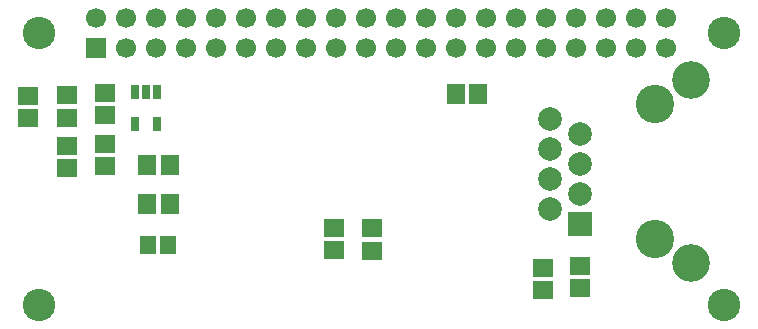
<source format=gbs>
G04 DipTrace 3.0.0.2*
G04 ethernethat.GBS*
%MOMM*%
G04 #@! TF.FileFunction,Soldermask,Bot*
G04 #@! TF.Part,Single*
%ADD36C,2.75*%
%ADD37C,3.25*%
%ADD47R,0.8X1.3*%
%ADD51R,1.4X1.65*%
%ADD53C,3.2*%
%ADD55C,2.0*%
%ADD57R,2.0X2.0*%
%ADD59C,1.7*%
%ADD61R,1.7X1.7*%
%ADD63R,1.5X1.7*%
%ADD65R,1.7X1.5*%
%FSLAX35Y35*%
G04*
G71*
G90*
G75*
G01*
G04 BotMask*
%LPD*%
D65*
X-39000Y2121000D3*
Y1931000D3*
X294333Y2125333D3*
Y1935333D3*
X615333Y1522667D3*
Y1712667D3*
X294000Y1508000D3*
Y1698000D3*
D63*
X3771000Y2133667D3*
X3581000D3*
D36*
X49667Y349000D3*
Y2649333D3*
X5850000D3*
X5849667Y348667D3*
D61*
X534333Y2527333D3*
D59*
Y2781333D3*
X788333Y2527333D3*
Y2781333D3*
X1042333Y2527333D3*
Y2781333D3*
X1296333Y2527333D3*
Y2781333D3*
X1550333Y2527333D3*
Y2781333D3*
X1804333Y2527333D3*
Y2781333D3*
X2058333Y2527333D3*
Y2781333D3*
X2312333Y2527333D3*
Y2781333D3*
X2566333Y2527333D3*
Y2781333D3*
X2820333Y2527333D3*
Y2781333D3*
X3074333Y2527333D3*
Y2781333D3*
X3328333Y2527333D3*
Y2781333D3*
X3582333Y2527333D3*
Y2781333D3*
X3836333Y2527333D3*
Y2781333D3*
X4090333Y2527333D3*
Y2781333D3*
X4344333Y2527333D3*
Y2781333D3*
X4598333Y2527333D3*
Y2781333D3*
X4852333Y2527333D3*
Y2781333D3*
X5106333Y2527333D3*
Y2781333D3*
X5360333Y2527333D3*
Y2781333D3*
D57*
X4634333Y1037667D3*
D55*
X4380333Y1164697D3*
X4634333Y1291697D3*
X4380333Y1418697D3*
X4634333Y1545697D3*
X4380333Y1672697D3*
X4634333Y1799697D3*
X4380333Y1926667D3*
D53*
X5574333Y707667D3*
Y2256667D3*
D37*
X5269333Y910667D3*
Y2053667D3*
D51*
X978000Y855333D3*
X1148000D3*
D63*
X971333Y1205000D3*
X1161333D3*
X968667Y1530000D3*
X1158667D3*
D65*
X4633667Y680667D3*
Y490667D3*
X4317333Y473667D3*
Y663667D3*
X609000Y2144000D3*
Y1954000D3*
X2874667Y999000D3*
Y809000D3*
X2553333Y1001333D3*
Y811333D3*
D47*
X862333Y2149333D3*
X957333D3*
X1052333D3*
Y1879333D3*
X862333D3*
M02*

</source>
